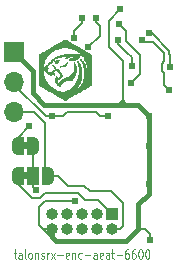
<source format=gbr>
%TF.GenerationSoftware,KiCad,Pcbnew,(6.0.5-0)*%
%TF.CreationDate,2022-12-27T15:40:18-08:00*%
%TF.ProjectId,talonsrx-enc-aeat-6600,74616c6f-6e73-4727-982d-656e632d6165,rev?*%
%TF.SameCoordinates,PX9157080PY6d01460*%
%TF.FileFunction,Copper,L1,Top*%
%TF.FilePolarity,Positive*%
%FSLAX46Y46*%
G04 Gerber Fmt 4.6, Leading zero omitted, Abs format (unit mm)*
G04 Created by KiCad (PCBNEW (6.0.5-0)) date 2022-12-27 15:40:18*
%MOMM*%
%LPD*%
G01*
G04 APERTURE LIST*
G04 Aperture macros list*
%AMFreePoly0*
4,1,22,0.500000,-0.750000,0.000000,-0.750000,0.000000,-0.745033,-0.079941,-0.743568,-0.215256,-0.701293,-0.333266,-0.622738,-0.424486,-0.514219,-0.481581,-0.384460,-0.499164,-0.250000,-0.500000,-0.250000,-0.500000,0.250000,-0.499164,0.250000,-0.499963,0.256109,-0.478152,0.396186,-0.417904,0.524511,-0.324060,0.630769,-0.204165,0.706417,-0.067858,0.745374,0.000000,0.744959,0.000000,0.750000,
0.500000,0.750000,0.500000,-0.750000,0.500000,-0.750000,$1*%
%AMFreePoly1*
4,1,20,0.000000,0.744959,0.073905,0.744508,0.209726,0.703889,0.328688,0.626782,0.421226,0.519385,0.479903,0.390333,0.500000,0.250000,0.500000,-0.250000,0.499851,-0.262216,0.476331,-0.402017,0.414519,-0.529596,0.319384,-0.634700,0.198574,-0.708877,0.061801,-0.746166,0.000000,-0.745033,0.000000,-0.750000,-0.500000,-0.750000,-0.500000,0.750000,0.000000,0.750000,0.000000,0.744959,
0.000000,0.744959,$1*%
%AMFreePoly2*
4,1,20,0.000000,0.744959,0.073905,0.744508,0.209726,0.703889,0.328688,0.626782,0.421226,0.519385,0.479903,0.390333,0.500000,0.250000,0.500000,-0.250000,0.499851,-0.262216,0.476331,-0.402017,0.414519,-0.529596,0.319384,-0.634700,0.198574,-0.708877,0.061801,-0.746166,0.000000,-0.745033,0.000000,-0.750000,-0.550000,-0.750000,-0.550000,0.750000,0.000000,0.750000,0.000000,0.744959,
0.000000,0.744959,$1*%
%AMFreePoly3*
4,1,22,0.550000,-0.750000,0.000000,-0.750000,0.000000,-0.745033,-0.079941,-0.743568,-0.215256,-0.701293,-0.333266,-0.622738,-0.424486,-0.514219,-0.481581,-0.384460,-0.499164,-0.250000,-0.500000,-0.250000,-0.500000,0.250000,-0.499164,0.250000,-0.499963,0.256109,-0.478152,0.396186,-0.417904,0.524511,-0.324060,0.630769,-0.204165,0.706417,-0.067858,0.745374,0.000000,0.744959,0.000000,0.750000,
0.550000,0.750000,0.550000,-0.750000,0.550000,-0.750000,$1*%
G04 Aperture macros list end*
%ADD10C,0.125000*%
%TA.AperFunction,NonConductor*%
%ADD11C,0.125000*%
%TD*%
%TA.AperFunction,EtchedComponent*%
%ADD12C,0.010000*%
%TD*%
%TA.AperFunction,SMDPad,CuDef*%
%ADD13FreePoly0,0.000000*%
%TD*%
%TA.AperFunction,SMDPad,CuDef*%
%ADD14FreePoly1,0.000000*%
%TD*%
%TA.AperFunction,ComponentPad*%
%ADD15O,1.700000X1.700000*%
%TD*%
%TA.AperFunction,ComponentPad*%
%ADD16R,1.700000X1.700000*%
%TD*%
%TA.AperFunction,ComponentPad*%
%ADD17R,1.000000X1.000000*%
%TD*%
%TA.AperFunction,ComponentPad*%
%ADD18O,1.000000X1.000000*%
%TD*%
%TA.AperFunction,SMDPad,CuDef*%
%ADD19FreePoly2,0.000000*%
%TD*%
%TA.AperFunction,SMDPad,CuDef*%
%ADD20R,1.000000X1.500000*%
%TD*%
%TA.AperFunction,SMDPad,CuDef*%
%ADD21FreePoly3,0.000000*%
%TD*%
%TA.AperFunction,ViaPad*%
%ADD22C,0.609600*%
%TD*%
%TA.AperFunction,Conductor*%
%ADD23C,0.203200*%
%TD*%
%TA.AperFunction,Conductor*%
%ADD24C,0.457200*%
%TD*%
G04 APERTURE END LIST*
D10*
D11*
X2166071Y806429D02*
X2394642Y806429D01*
X2251785Y1073096D02*
X2251785Y387381D01*
X2280357Y311191D01*
X2337500Y273096D01*
X2394642Y273096D01*
X2851785Y273096D02*
X2851785Y692143D01*
X2823214Y768334D01*
X2766071Y806429D01*
X2651785Y806429D01*
X2594642Y768334D01*
X2851785Y311191D02*
X2794642Y273096D01*
X2651785Y273096D01*
X2594642Y311191D01*
X2566071Y387381D01*
X2566071Y463572D01*
X2594642Y539762D01*
X2651785Y577858D01*
X2794642Y577858D01*
X2851785Y615953D01*
X3223214Y273096D02*
X3166071Y311191D01*
X3137500Y387381D01*
X3137500Y1073096D01*
X3537500Y273096D02*
X3480357Y311191D01*
X3451785Y349286D01*
X3423214Y425477D01*
X3423214Y654048D01*
X3451785Y730239D01*
X3480357Y768334D01*
X3537500Y806429D01*
X3623214Y806429D01*
X3680357Y768334D01*
X3708928Y730239D01*
X3737500Y654048D01*
X3737500Y425477D01*
X3708928Y349286D01*
X3680357Y311191D01*
X3623214Y273096D01*
X3537500Y273096D01*
X3994642Y806429D02*
X3994642Y273096D01*
X3994642Y730239D02*
X4023214Y768334D01*
X4080357Y806429D01*
X4166071Y806429D01*
X4223214Y768334D01*
X4251785Y692143D01*
X4251785Y273096D01*
X4508928Y311191D02*
X4566071Y273096D01*
X4680357Y273096D01*
X4737500Y311191D01*
X4766071Y387381D01*
X4766071Y425477D01*
X4737500Y501667D01*
X4680357Y539762D01*
X4594642Y539762D01*
X4537500Y577858D01*
X4508928Y654048D01*
X4508928Y692143D01*
X4537500Y768334D01*
X4594642Y806429D01*
X4680357Y806429D01*
X4737500Y768334D01*
X5023214Y273096D02*
X5023214Y806429D01*
X5023214Y654048D02*
X5051785Y730239D01*
X5080357Y768334D01*
X5137500Y806429D01*
X5194642Y806429D01*
X5337500Y273096D02*
X5651785Y806429D01*
X5337500Y806429D02*
X5651785Y273096D01*
X5880357Y577858D02*
X6337500Y577858D01*
X6851785Y311191D02*
X6794642Y273096D01*
X6680357Y273096D01*
X6623214Y311191D01*
X6594642Y387381D01*
X6594642Y692143D01*
X6623214Y768334D01*
X6680357Y806429D01*
X6794642Y806429D01*
X6851785Y768334D01*
X6880357Y692143D01*
X6880357Y615953D01*
X6594642Y539762D01*
X7137500Y806429D02*
X7137500Y273096D01*
X7137500Y730239D02*
X7166071Y768334D01*
X7223214Y806429D01*
X7308928Y806429D01*
X7366071Y768334D01*
X7394642Y692143D01*
X7394642Y273096D01*
X7937500Y311191D02*
X7880357Y273096D01*
X7766071Y273096D01*
X7708928Y311191D01*
X7680357Y349286D01*
X7651785Y425477D01*
X7651785Y654048D01*
X7680357Y730239D01*
X7708928Y768334D01*
X7766071Y806429D01*
X7880357Y806429D01*
X7937500Y768334D01*
X8194642Y577858D02*
X8651785Y577858D01*
X9194642Y273096D02*
X9194642Y692143D01*
X9166071Y768334D01*
X9108928Y806429D01*
X8994642Y806429D01*
X8937500Y768334D01*
X9194642Y311191D02*
X9137500Y273096D01*
X8994642Y273096D01*
X8937500Y311191D01*
X8908928Y387381D01*
X8908928Y463572D01*
X8937500Y539762D01*
X8994642Y577858D01*
X9137500Y577858D01*
X9194642Y615953D01*
X9708928Y311191D02*
X9651785Y273096D01*
X9537500Y273096D01*
X9480357Y311191D01*
X9451785Y387381D01*
X9451785Y692143D01*
X9480357Y768334D01*
X9537500Y806429D01*
X9651785Y806429D01*
X9708928Y768334D01*
X9737500Y692143D01*
X9737500Y615953D01*
X9451785Y539762D01*
X10251785Y273096D02*
X10251785Y692143D01*
X10223214Y768334D01*
X10166071Y806429D01*
X10051785Y806429D01*
X9994642Y768334D01*
X10251785Y311191D02*
X10194642Y273096D01*
X10051785Y273096D01*
X9994642Y311191D01*
X9966071Y387381D01*
X9966071Y463572D01*
X9994642Y539762D01*
X10051785Y577858D01*
X10194642Y577858D01*
X10251785Y615953D01*
X10451785Y806429D02*
X10680357Y806429D01*
X10537500Y1073096D02*
X10537500Y387381D01*
X10566071Y311191D01*
X10623214Y273096D01*
X10680357Y273096D01*
X10880357Y577858D02*
X11337500Y577858D01*
X11880357Y1073096D02*
X11766071Y1073096D01*
X11708928Y1035000D01*
X11680357Y996905D01*
X11623214Y882620D01*
X11594642Y730239D01*
X11594642Y425477D01*
X11623214Y349286D01*
X11651785Y311191D01*
X11708928Y273096D01*
X11823214Y273096D01*
X11880357Y311191D01*
X11908928Y349286D01*
X11937500Y425477D01*
X11937500Y615953D01*
X11908928Y692143D01*
X11880357Y730239D01*
X11823214Y768334D01*
X11708928Y768334D01*
X11651785Y730239D01*
X11623214Y692143D01*
X11594642Y615953D01*
X12451785Y1073096D02*
X12337500Y1073096D01*
X12280357Y1035000D01*
X12251785Y996905D01*
X12194642Y882620D01*
X12166071Y730239D01*
X12166071Y425477D01*
X12194642Y349286D01*
X12223214Y311191D01*
X12280357Y273096D01*
X12394642Y273096D01*
X12451785Y311191D01*
X12480357Y349286D01*
X12508928Y425477D01*
X12508928Y615953D01*
X12480357Y692143D01*
X12451785Y730239D01*
X12394642Y768334D01*
X12280357Y768334D01*
X12223214Y730239D01*
X12194642Y692143D01*
X12166071Y615953D01*
X12880357Y1073096D02*
X12937500Y1073096D01*
X12994642Y1035000D01*
X13023214Y996905D01*
X13051785Y920715D01*
X13080357Y768334D01*
X13080357Y577858D01*
X13051785Y425477D01*
X13023214Y349286D01*
X12994642Y311191D01*
X12937500Y273096D01*
X12880357Y273096D01*
X12823214Y311191D01*
X12794642Y349286D01*
X12766071Y425477D01*
X12737500Y577858D01*
X12737500Y768334D01*
X12766071Y920715D01*
X12794642Y996905D01*
X12823214Y1035000D01*
X12880357Y1073096D01*
X13451785Y1073096D02*
X13508928Y1073096D01*
X13566071Y1035000D01*
X13594642Y996905D01*
X13623214Y920715D01*
X13651785Y768334D01*
X13651785Y577858D01*
X13623214Y425477D01*
X13594642Y349286D01*
X13566071Y311191D01*
X13508928Y273096D01*
X13451785Y273096D01*
X13394642Y311191D01*
X13366071Y349286D01*
X13337500Y425477D01*
X13308928Y577858D01*
X13308928Y768334D01*
X13337500Y920715D01*
X13366071Y996905D01*
X13394642Y1035000D01*
X13451785Y1073096D01*
%TO.C,JP2*%
G36*
X3425000Y9542500D02*
G01*
X2925000Y9542500D01*
X2925000Y10142500D01*
X3425000Y10142500D01*
X3425000Y9542500D01*
G37*
%TO.C,G\u002A\u002A\u002A*%
G36*
X4295354Y17548457D02*
G01*
X4308647Y17572098D01*
X4325541Y17594911D01*
X4333454Y17603411D01*
X4341036Y17608613D01*
X4358968Y17619761D01*
X4386588Y17636470D01*
X4423237Y17658359D01*
X4468252Y17685044D01*
X4520973Y17716142D01*
X4580738Y17751270D01*
X4646887Y17790045D01*
X4718758Y17832084D01*
X4795690Y17877005D01*
X4877022Y17924424D01*
X4962092Y17973958D01*
X5050241Y18025225D01*
X5140806Y18077841D01*
X5233126Y18131424D01*
X5326541Y18185590D01*
X5420389Y18239957D01*
X5514009Y18294141D01*
X5606740Y18347760D01*
X5697921Y18400430D01*
X5786891Y18451769D01*
X5872988Y18501394D01*
X5955551Y18548922D01*
X6033920Y18593969D01*
X6107433Y18636153D01*
X6175430Y18675091D01*
X6237248Y18710400D01*
X6292227Y18741697D01*
X6339705Y18768598D01*
X6379022Y18790722D01*
X6409517Y18807685D01*
X6430528Y18819104D01*
X6441394Y18824596D01*
X6442171Y18824907D01*
X6469317Y18830955D01*
X6502042Y18833090D01*
X6534273Y18831249D01*
X6557789Y18826154D01*
X6565444Y18822247D01*
X6583538Y18812300D01*
X6611518Y18796629D01*
X6648831Y18775552D01*
X6694921Y18749386D01*
X6749236Y18718449D01*
X6811220Y18683057D01*
X6880320Y18643527D01*
X6955982Y18600177D01*
X7037651Y18553324D01*
X7124775Y18503285D01*
X7216798Y18450378D01*
X7313167Y18394918D01*
X7413327Y18337225D01*
X7516725Y18277614D01*
X7604900Y18226738D01*
X7751412Y18142117D01*
X7886906Y18063743D01*
X8011414Y17991597D01*
X8124965Y17925662D01*
X8227590Y17865920D01*
X8319319Y17812353D01*
X8400181Y17764944D01*
X8470209Y17723675D01*
X8529431Y17688528D01*
X8577878Y17659484D01*
X8615581Y17636527D01*
X8642569Y17619639D01*
X8658874Y17608802D01*
X8663405Y17605318D01*
X8688487Y17579059D01*
X8705072Y17551533D01*
X8709443Y17540921D01*
X8711014Y17536609D01*
X8712454Y17532068D01*
X8713768Y17526753D01*
X8714963Y17520115D01*
X8716043Y17511609D01*
X8717014Y17500688D01*
X8717883Y17486805D01*
X8718655Y17469413D01*
X8719336Y17447965D01*
X8719931Y17421915D01*
X8720447Y17390716D01*
X8720888Y17353821D01*
X8721261Y17310683D01*
X8721572Y17260756D01*
X8721825Y17203493D01*
X8722028Y17138347D01*
X8722185Y17064771D01*
X8722303Y16982218D01*
X8722387Y16890143D01*
X8722443Y16787997D01*
X8722476Y16675235D01*
X8722493Y16551309D01*
X8722499Y16415673D01*
X8722500Y16296825D01*
X8722498Y16151281D01*
X8722489Y16017891D01*
X8722468Y15896107D01*
X8722429Y15785383D01*
X8722365Y15685174D01*
X8722272Y15594931D01*
X8722144Y15514110D01*
X8721975Y15442162D01*
X8721760Y15378542D01*
X8721493Y15322703D01*
X8721168Y15274099D01*
X8720779Y15232183D01*
X8720322Y15196407D01*
X8719790Y15166227D01*
X8719178Y15141095D01*
X8718480Y15120465D01*
X8717691Y15103790D01*
X8716805Y15090524D01*
X8715815Y15080120D01*
X8714718Y15072031D01*
X8713506Y15065712D01*
X8712175Y15060614D01*
X8710719Y15056193D01*
X8709687Y15053383D01*
X8693081Y15021369D01*
X8670103Y14992922D01*
X8670000Y14992820D01*
X8661837Y14986622D01*
X8644914Y14975478D01*
X8619063Y14959291D01*
X8584116Y14937961D01*
X8539905Y14911390D01*
X8486264Y14879479D01*
X8423024Y14842131D01*
X8350017Y14799246D01*
X8267077Y14750725D01*
X8174035Y14696471D01*
X8070724Y14636384D01*
X7956976Y14570367D01*
X7832624Y14498320D01*
X7697499Y14420144D01*
X7614425Y14372129D01*
X7508554Y14310986D01*
X7405430Y14251485D01*
X7305607Y14193942D01*
X7209640Y14138677D01*
X7118085Y14086007D01*
X7031496Y14036249D01*
X6950428Y13989723D01*
X6875437Y13946744D01*
X6807076Y13907632D01*
X6745903Y13872705D01*
X6692471Y13842279D01*
X6647335Y13816674D01*
X6611051Y13796207D01*
X6584173Y13781195D01*
X6567257Y13771957D01*
X6561114Y13768878D01*
X6523964Y13760923D01*
X6482958Y13760917D01*
X6443817Y13768593D01*
X6426975Y13775115D01*
X6414773Y13781466D01*
X6392535Y13793688D01*
X6360920Y13811398D01*
X6320591Y13834211D01*
X6272208Y13861745D01*
X6216434Y13893614D01*
X6153929Y13929435D01*
X6085356Y13968825D01*
X6011375Y14011399D01*
X5932647Y14056773D01*
X5849835Y14104564D01*
X5763600Y14154388D01*
X5674604Y14205861D01*
X5583506Y14258598D01*
X5490970Y14312217D01*
X5397656Y14366332D01*
X5304226Y14420561D01*
X5211342Y14474520D01*
X5119664Y14527824D01*
X5029855Y14580090D01*
X4942574Y14630933D01*
X4858485Y14679971D01*
X4778249Y14726818D01*
X4702526Y14771092D01*
X4631979Y14812408D01*
X4567268Y14850383D01*
X4509056Y14884631D01*
X4458003Y14914771D01*
X4414771Y14940418D01*
X4380021Y14961187D01*
X4354416Y14976695D01*
X4338615Y14986559D01*
X4333454Y14990151D01*
X4316687Y15009919D01*
X4300997Y15034140D01*
X4295354Y15045194D01*
X4280675Y15077625D01*
X4280675Y16303175D01*
X4617751Y16303175D01*
X4617873Y16246098D01*
X4618314Y16199497D01*
X4619189Y16161152D01*
X4620610Y16128840D01*
X4622691Y16100339D01*
X4625545Y16073430D01*
X4629285Y16045889D01*
X4631690Y16030125D01*
X4662350Y15873914D01*
X4704463Y15723036D01*
X4757930Y15577698D01*
X4822656Y15438101D01*
X4898542Y15304450D01*
X4985491Y15176950D01*
X5083407Y15055804D01*
X5111366Y15024587D01*
X5219817Y14915323D01*
X5335921Y14816095D01*
X5459291Y14727107D01*
X5589543Y14648563D01*
X5726290Y14580668D01*
X5869147Y14523625D01*
X6017728Y14477639D01*
X6171648Y14442912D01*
X6230125Y14432919D01*
X6274429Y14426888D01*
X6311740Y14424338D01*
X6347009Y14425376D01*
X6385189Y14430111D01*
X6423800Y14437158D01*
X6523011Y14462738D01*
X6623789Y14499879D01*
X6725087Y14547709D01*
X6825858Y14605362D01*
X6925056Y14671968D01*
X7021634Y14746659D01*
X7114545Y14828565D01*
X7202744Y14916818D01*
X7285182Y15010550D01*
X7360813Y15108891D01*
X7428592Y15210972D01*
X7487470Y15315926D01*
X7491064Y15323024D01*
X7530027Y15409856D01*
X7565218Y15507051D01*
X7596313Y15612752D01*
X7622986Y15725100D01*
X7644912Y15842235D01*
X7661766Y15962300D01*
X7673224Y16083434D01*
X7678961Y16203779D01*
X7678651Y16321476D01*
X7675993Y16381019D01*
X7665636Y16505599D01*
X7650017Y16624252D01*
X7629412Y16735535D01*
X7604098Y16838008D01*
X7574351Y16930228D01*
X7566996Y16949619D01*
X7556814Y16977039D01*
X7549174Y17000321D01*
X7544869Y17016847D01*
X7544509Y17023795D01*
X7554401Y17030155D01*
X7568723Y17025983D01*
X7586634Y17012303D01*
X7607290Y16990135D01*
X7629849Y16960501D01*
X7653470Y16924425D01*
X7677309Y16882928D01*
X7700525Y16837033D01*
X7703306Y16831113D01*
X7754225Y16708430D01*
X7796881Y16577494D01*
X7831073Y16439865D01*
X7856598Y16297103D01*
X7873256Y16150769D01*
X7880846Y16002422D01*
X7879165Y15853622D01*
X7868012Y15705931D01*
X7858401Y15630075D01*
X7831769Y15484982D01*
X7794830Y15347064D01*
X7747293Y15215689D01*
X7688867Y15090223D01*
X7619263Y14970035D01*
X7538188Y14854491D01*
X7456444Y14755385D01*
X7400347Y14698547D01*
X7333684Y14642464D01*
X7258551Y14588890D01*
X7253625Y14585667D01*
X7228104Y14568821D01*
X7206970Y14554424D01*
X7192232Y14543879D01*
X7185901Y14538589D01*
X7185800Y14538349D01*
X7191183Y14538827D01*
X7206164Y14544219D01*
X7228990Y14553744D01*
X7257911Y14566617D01*
X7291174Y14582057D01*
X7327026Y14599280D01*
X7363715Y14617504D01*
X7369495Y14620434D01*
X7426726Y14651402D01*
X7486396Y14687078D01*
X7546937Y14726272D01*
X7606785Y14767795D01*
X7664374Y14810455D01*
X7718137Y14853061D01*
X7766510Y14894425D01*
X7807926Y14933354D01*
X7840820Y14968659D01*
X7859713Y14993149D01*
X7896505Y15052857D01*
X7933209Y15122954D01*
X7968975Y15201153D01*
X8002952Y15285164D01*
X8034290Y15372700D01*
X8062137Y15461474D01*
X8085644Y15549196D01*
X8103960Y15633579D01*
X8109513Y15665089D01*
X8116189Y15715726D01*
X8121505Y15776241D01*
X8125361Y15843877D01*
X8127655Y15915874D01*
X8128289Y15989475D01*
X8127161Y16061921D01*
X8125502Y16105724D01*
X8114209Y16267878D01*
X8096281Y16419204D01*
X8071718Y16559702D01*
X8040520Y16689373D01*
X8002687Y16808218D01*
X7958218Y16916237D01*
X7907113Y17013431D01*
X7849371Y17099801D01*
X7823602Y17132297D01*
X7806336Y17153622D01*
X7792673Y17171683D01*
X7784378Y17184079D01*
X7782700Y17187969D01*
X7787110Y17196313D01*
X7799661Y17196366D01*
X7819328Y17188628D01*
X7845089Y17173601D01*
X7875919Y17151788D01*
X7906630Y17127209D01*
X7969090Y17067119D01*
X8027238Y16995752D01*
X8080823Y16913861D01*
X8129593Y16822203D01*
X8173299Y16721532D01*
X8211687Y16612605D01*
X8244509Y16496175D01*
X8271512Y16372999D01*
X8292446Y16243830D01*
X8307060Y16109426D01*
X8315102Y15970540D01*
X8316627Y15893600D01*
X8316942Y15854015D01*
X8317385Y15825860D01*
X8318103Y15807868D01*
X8319243Y15798768D01*
X8320950Y15797292D01*
X8323373Y15802171D01*
X8326205Y15810692D01*
X8343460Y15875055D01*
X8358307Y15949421D01*
X8370429Y16031270D01*
X8379508Y16118080D01*
X8385228Y16207327D01*
X8387272Y16296490D01*
X8387272Y16296825D01*
X8384843Y16410549D01*
X8377024Y16516341D01*
X8363357Y16617975D01*
X8343387Y16719220D01*
X8329065Y16777989D01*
X8284661Y16924417D01*
X8229045Y17065472D01*
X8162732Y17200649D01*
X8086240Y17329443D01*
X8000086Y17451346D01*
X7904788Y17565852D01*
X7800863Y17672457D01*
X7688828Y17770654D01*
X7569201Y17859936D01*
X7442498Y17939799D01*
X7309237Y18009735D01*
X7169935Y18069240D01*
X7025109Y18117806D01*
X6934975Y18141678D01*
X6867375Y18156848D01*
X6804860Y18168574D01*
X6744103Y18177223D01*
X6681777Y18183166D01*
X6614554Y18186772D01*
X6539109Y18188410D01*
X6512700Y18188579D01*
X6445859Y18188423D01*
X6388682Y18187285D01*
X6338152Y18184896D01*
X6291255Y18180990D01*
X6244974Y18175298D01*
X6196292Y18167552D01*
X6142195Y18157483D01*
X6125350Y18154147D01*
X5977395Y18118209D01*
X5834202Y18070800D01*
X5696291Y18012420D01*
X5564183Y17943567D01*
X5438397Y17864742D01*
X5319453Y17776444D01*
X5207872Y17679173D01*
X5104174Y17573428D01*
X5008878Y17459709D01*
X4922506Y17338516D01*
X4845576Y17210347D01*
X4778609Y17075702D01*
X4722126Y16935082D01*
X4676646Y16788985D01*
X4667639Y16754025D01*
X4653389Y16694173D01*
X4642034Y16640414D01*
X4633271Y16590016D01*
X4626797Y16540249D01*
X4622311Y16488381D01*
X4619511Y16431680D01*
X4618094Y16367414D01*
X4617751Y16303175D01*
X4280675Y16303175D01*
X4280675Y17516025D01*
X4295354Y17548457D01*
G37*
D12*
X4295354Y17548457D02*
X4308647Y17572098D01*
X4325541Y17594911D01*
X4333454Y17603411D01*
X4341036Y17608613D01*
X4358968Y17619761D01*
X4386588Y17636470D01*
X4423237Y17658359D01*
X4468252Y17685044D01*
X4520973Y17716142D01*
X4580738Y17751270D01*
X4646887Y17790045D01*
X4718758Y17832084D01*
X4795690Y17877005D01*
X4877022Y17924424D01*
X4962092Y17973958D01*
X5050241Y18025225D01*
X5140806Y18077841D01*
X5233126Y18131424D01*
X5326541Y18185590D01*
X5420389Y18239957D01*
X5514009Y18294141D01*
X5606740Y18347760D01*
X5697921Y18400430D01*
X5786891Y18451769D01*
X5872988Y18501394D01*
X5955551Y18548922D01*
X6033920Y18593969D01*
X6107433Y18636153D01*
X6175430Y18675091D01*
X6237248Y18710400D01*
X6292227Y18741697D01*
X6339705Y18768598D01*
X6379022Y18790722D01*
X6409517Y18807685D01*
X6430528Y18819104D01*
X6441394Y18824596D01*
X6442171Y18824907D01*
X6469317Y18830955D01*
X6502042Y18833090D01*
X6534273Y18831249D01*
X6557789Y18826154D01*
X6565444Y18822247D01*
X6583538Y18812300D01*
X6611518Y18796629D01*
X6648831Y18775552D01*
X6694921Y18749386D01*
X6749236Y18718449D01*
X6811220Y18683057D01*
X6880320Y18643527D01*
X6955982Y18600177D01*
X7037651Y18553324D01*
X7124775Y18503285D01*
X7216798Y18450378D01*
X7313167Y18394918D01*
X7413327Y18337225D01*
X7516725Y18277614D01*
X7604900Y18226738D01*
X7751412Y18142117D01*
X7886906Y18063743D01*
X8011414Y17991597D01*
X8124965Y17925662D01*
X8227590Y17865920D01*
X8319319Y17812353D01*
X8400181Y17764944D01*
X8470209Y17723675D01*
X8529431Y17688528D01*
X8577878Y17659484D01*
X8615581Y17636527D01*
X8642569Y17619639D01*
X8658874Y17608802D01*
X8663405Y17605318D01*
X8688487Y17579059D01*
X8705072Y17551533D01*
X8709443Y17540921D01*
X8711014Y17536609D01*
X8712454Y17532068D01*
X8713768Y17526753D01*
X8714963Y17520115D01*
X8716043Y17511609D01*
X8717014Y17500688D01*
X8717883Y17486805D01*
X8718655Y17469413D01*
X8719336Y17447965D01*
X8719931Y17421915D01*
X8720447Y17390716D01*
X8720888Y17353821D01*
X8721261Y17310683D01*
X8721572Y17260756D01*
X8721825Y17203493D01*
X8722028Y17138347D01*
X8722185Y17064771D01*
X8722303Y16982218D01*
X8722387Y16890143D01*
X8722443Y16787997D01*
X8722476Y16675235D01*
X8722493Y16551309D01*
X8722499Y16415673D01*
X8722500Y16296825D01*
X8722498Y16151281D01*
X8722489Y16017891D01*
X8722468Y15896107D01*
X8722429Y15785383D01*
X8722365Y15685174D01*
X8722272Y15594931D01*
X8722144Y15514110D01*
X8721975Y15442162D01*
X8721760Y15378542D01*
X8721493Y15322703D01*
X8721168Y15274099D01*
X8720779Y15232183D01*
X8720322Y15196407D01*
X8719790Y15166227D01*
X8719178Y15141095D01*
X8718480Y15120465D01*
X8717691Y15103790D01*
X8716805Y15090524D01*
X8715815Y15080120D01*
X8714718Y15072031D01*
X8713506Y15065712D01*
X8712175Y15060614D01*
X8710719Y15056193D01*
X8709687Y15053383D01*
X8693081Y15021369D01*
X8670103Y14992922D01*
X8670000Y14992820D01*
X8661837Y14986622D01*
X8644914Y14975478D01*
X8619063Y14959291D01*
X8584116Y14937961D01*
X8539905Y14911390D01*
X8486264Y14879479D01*
X8423024Y14842131D01*
X8350017Y14799246D01*
X8267077Y14750725D01*
X8174035Y14696471D01*
X8070724Y14636384D01*
X7956976Y14570367D01*
X7832624Y14498320D01*
X7697499Y14420144D01*
X7614425Y14372129D01*
X7508554Y14310986D01*
X7405430Y14251485D01*
X7305607Y14193942D01*
X7209640Y14138677D01*
X7118085Y14086007D01*
X7031496Y14036249D01*
X6950428Y13989723D01*
X6875437Y13946744D01*
X6807076Y13907632D01*
X6745903Y13872705D01*
X6692471Y13842279D01*
X6647335Y13816674D01*
X6611051Y13796207D01*
X6584173Y13781195D01*
X6567257Y13771957D01*
X6561114Y13768878D01*
X6523964Y13760923D01*
X6482958Y13760917D01*
X6443817Y13768593D01*
X6426975Y13775115D01*
X6414773Y13781466D01*
X6392535Y13793688D01*
X6360920Y13811398D01*
X6320591Y13834211D01*
X6272208Y13861745D01*
X6216434Y13893614D01*
X6153929Y13929435D01*
X6085356Y13968825D01*
X6011375Y14011399D01*
X5932647Y14056773D01*
X5849835Y14104564D01*
X5763600Y14154388D01*
X5674604Y14205861D01*
X5583506Y14258598D01*
X5490970Y14312217D01*
X5397656Y14366332D01*
X5304226Y14420561D01*
X5211342Y14474520D01*
X5119664Y14527824D01*
X5029855Y14580090D01*
X4942574Y14630933D01*
X4858485Y14679971D01*
X4778249Y14726818D01*
X4702526Y14771092D01*
X4631979Y14812408D01*
X4567268Y14850383D01*
X4509056Y14884631D01*
X4458003Y14914771D01*
X4414771Y14940418D01*
X4380021Y14961187D01*
X4354416Y14976695D01*
X4338615Y14986559D01*
X4333454Y14990151D01*
X4316687Y15009919D01*
X4300997Y15034140D01*
X4295354Y15045194D01*
X4280675Y15077625D01*
X4280675Y16303175D01*
X4617751Y16303175D01*
X4617873Y16246098D01*
X4618314Y16199497D01*
X4619189Y16161152D01*
X4620610Y16128840D01*
X4622691Y16100339D01*
X4625545Y16073430D01*
X4629285Y16045889D01*
X4631690Y16030125D01*
X4662350Y15873914D01*
X4704463Y15723036D01*
X4757930Y15577698D01*
X4822656Y15438101D01*
X4898542Y15304450D01*
X4985491Y15176950D01*
X5083407Y15055804D01*
X5111366Y15024587D01*
X5219817Y14915323D01*
X5335921Y14816095D01*
X5459291Y14727107D01*
X5589543Y14648563D01*
X5726290Y14580668D01*
X5869147Y14523625D01*
X6017728Y14477639D01*
X6171648Y14442912D01*
X6230125Y14432919D01*
X6274429Y14426888D01*
X6311740Y14424338D01*
X6347009Y14425376D01*
X6385189Y14430111D01*
X6423800Y14437158D01*
X6523011Y14462738D01*
X6623789Y14499879D01*
X6725087Y14547709D01*
X6825858Y14605362D01*
X6925056Y14671968D01*
X7021634Y14746659D01*
X7114545Y14828565D01*
X7202744Y14916818D01*
X7285182Y15010550D01*
X7360813Y15108891D01*
X7428592Y15210972D01*
X7487470Y15315926D01*
X7491064Y15323024D01*
X7530027Y15409856D01*
X7565218Y15507051D01*
X7596313Y15612752D01*
X7622986Y15725100D01*
X7644912Y15842235D01*
X7661766Y15962300D01*
X7673224Y16083434D01*
X7678961Y16203779D01*
X7678651Y16321476D01*
X7675993Y16381019D01*
X7665636Y16505599D01*
X7650017Y16624252D01*
X7629412Y16735535D01*
X7604098Y16838008D01*
X7574351Y16930228D01*
X7566996Y16949619D01*
X7556814Y16977039D01*
X7549174Y17000321D01*
X7544869Y17016847D01*
X7544509Y17023795D01*
X7554401Y17030155D01*
X7568723Y17025983D01*
X7586634Y17012303D01*
X7607290Y16990135D01*
X7629849Y16960501D01*
X7653470Y16924425D01*
X7677309Y16882928D01*
X7700525Y16837033D01*
X7703306Y16831113D01*
X7754225Y16708430D01*
X7796881Y16577494D01*
X7831073Y16439865D01*
X7856598Y16297103D01*
X7873256Y16150769D01*
X7880846Y16002422D01*
X7879165Y15853622D01*
X7868012Y15705931D01*
X7858401Y15630075D01*
X7831769Y15484982D01*
X7794830Y15347064D01*
X7747293Y15215689D01*
X7688867Y15090223D01*
X7619263Y14970035D01*
X7538188Y14854491D01*
X7456444Y14755385D01*
X7400347Y14698547D01*
X7333684Y14642464D01*
X7258551Y14588890D01*
X7253625Y14585667D01*
X7228104Y14568821D01*
X7206970Y14554424D01*
X7192232Y14543879D01*
X7185901Y14538589D01*
X7185800Y14538349D01*
X7191183Y14538827D01*
X7206164Y14544219D01*
X7228990Y14553744D01*
X7257911Y14566617D01*
X7291174Y14582057D01*
X7327026Y14599280D01*
X7363715Y14617504D01*
X7369495Y14620434D01*
X7426726Y14651402D01*
X7486396Y14687078D01*
X7546937Y14726272D01*
X7606785Y14767795D01*
X7664374Y14810455D01*
X7718137Y14853061D01*
X7766510Y14894425D01*
X7807926Y14933354D01*
X7840820Y14968659D01*
X7859713Y14993149D01*
X7896505Y15052857D01*
X7933209Y15122954D01*
X7968975Y15201153D01*
X8002952Y15285164D01*
X8034290Y15372700D01*
X8062137Y15461474D01*
X8085644Y15549196D01*
X8103960Y15633579D01*
X8109513Y15665089D01*
X8116189Y15715726D01*
X8121505Y15776241D01*
X8125361Y15843877D01*
X8127655Y15915874D01*
X8128289Y15989475D01*
X8127161Y16061921D01*
X8125502Y16105724D01*
X8114209Y16267878D01*
X8096281Y16419204D01*
X8071718Y16559702D01*
X8040520Y16689373D01*
X8002687Y16808218D01*
X7958218Y16916237D01*
X7907113Y17013431D01*
X7849371Y17099801D01*
X7823602Y17132297D01*
X7806336Y17153622D01*
X7792673Y17171683D01*
X7784378Y17184079D01*
X7782700Y17187969D01*
X7787110Y17196313D01*
X7799661Y17196366D01*
X7819328Y17188628D01*
X7845089Y17173601D01*
X7875919Y17151788D01*
X7906630Y17127209D01*
X7969090Y17067119D01*
X8027238Y16995752D01*
X8080823Y16913861D01*
X8129593Y16822203D01*
X8173299Y16721532D01*
X8211687Y16612605D01*
X8244509Y16496175D01*
X8271512Y16372999D01*
X8292446Y16243830D01*
X8307060Y16109426D01*
X8315102Y15970540D01*
X8316627Y15893600D01*
X8316942Y15854015D01*
X8317385Y15825860D01*
X8318103Y15807868D01*
X8319243Y15798768D01*
X8320950Y15797292D01*
X8323373Y15802171D01*
X8326205Y15810692D01*
X8343460Y15875055D01*
X8358307Y15949421D01*
X8370429Y16031270D01*
X8379508Y16118080D01*
X8385228Y16207327D01*
X8387272Y16296490D01*
X8387272Y16296825D01*
X8384843Y16410549D01*
X8377024Y16516341D01*
X8363357Y16617975D01*
X8343387Y16719220D01*
X8329065Y16777989D01*
X8284661Y16924417D01*
X8229045Y17065472D01*
X8162732Y17200649D01*
X8086240Y17329443D01*
X8000086Y17451346D01*
X7904788Y17565852D01*
X7800863Y17672457D01*
X7688828Y17770654D01*
X7569201Y17859936D01*
X7442498Y17939799D01*
X7309237Y18009735D01*
X7169935Y18069240D01*
X7025109Y18117806D01*
X6934975Y18141678D01*
X6867375Y18156848D01*
X6804860Y18168574D01*
X6744103Y18177223D01*
X6681777Y18183166D01*
X6614554Y18186772D01*
X6539109Y18188410D01*
X6512700Y18188579D01*
X6445859Y18188423D01*
X6388682Y18187285D01*
X6338152Y18184896D01*
X6291255Y18180990D01*
X6244974Y18175298D01*
X6196292Y18167552D01*
X6142195Y18157483D01*
X6125350Y18154147D01*
X5977395Y18118209D01*
X5834202Y18070800D01*
X5696291Y18012420D01*
X5564183Y17943567D01*
X5438397Y17864742D01*
X5319453Y17776444D01*
X5207872Y17679173D01*
X5104174Y17573428D01*
X5008878Y17459709D01*
X4922506Y17338516D01*
X4845576Y17210347D01*
X4778609Y17075702D01*
X4722126Y16935082D01*
X4676646Y16788985D01*
X4667639Y16754025D01*
X4653389Y16694173D01*
X4642034Y16640414D01*
X4633271Y16590016D01*
X4626797Y16540249D01*
X4622311Y16488381D01*
X4619511Y16431680D01*
X4618094Y16367414D01*
X4617751Y16303175D01*
X4280675Y16303175D01*
X4280675Y17516025D01*
X4295354Y17548457D01*
G36*
X7401534Y17632862D02*
G01*
X7542426Y17622599D01*
X7674610Y17606797D01*
X7719268Y17599800D01*
X7747862Y17594151D01*
X7765589Y17587286D01*
X7773413Y17577075D01*
X7772300Y17561387D01*
X7763216Y17538092D01*
X7755008Y17520932D01*
X7723469Y17463507D01*
X7685439Y17405257D01*
X7642816Y17348462D01*
X7597501Y17295401D01*
X7551394Y17248356D01*
X7506393Y17209604D01*
X7479824Y17190705D01*
X7436837Y17167904D01*
X7382922Y17147602D01*
X7319699Y17130350D01*
X7274700Y17121090D01*
X7237773Y17115886D01*
X7194223Y17112183D01*
X7146797Y17109979D01*
X7098243Y17109270D01*
X7051308Y17110056D01*
X7008739Y17112333D01*
X6973286Y17116100D01*
X6947694Y17121354D01*
X6947675Y17121360D01*
X6918423Y17132617D01*
X6896333Y17145883D01*
X6883457Y17159716D01*
X6881000Y17168154D01*
X6885091Y17176958D01*
X6895793Y17191531D01*
X6910092Y17207947D01*
X6940869Y17234501D01*
X6982162Y17260474D01*
X7031795Y17284852D01*
X7087594Y17306621D01*
X7147381Y17324766D01*
X7175111Y17331503D01*
X7196954Y17335601D01*
X7222665Y17339276D01*
X7248639Y17342160D01*
X7271276Y17343884D01*
X7286975Y17344079D01*
X7291351Y17343399D01*
X7298925Y17334800D01*
X7297924Y17320593D01*
X7290809Y17307446D01*
X7284900Y17292270D01*
X7290237Y17279840D01*
X7297759Y17275284D01*
X7310782Y17276230D01*
X7333124Y17285304D01*
X7364479Y17302349D01*
X7404542Y17327207D01*
X7425532Y17341035D01*
X7465057Y17369079D01*
X7493052Y17392786D01*
X7509764Y17412570D01*
X7515441Y17428847D01*
X7510330Y17442028D01*
X7494681Y17452529D01*
X7492752Y17453362D01*
X7466426Y17462661D01*
X7435648Y17470094D01*
X7398748Y17475872D01*
X7354059Y17480206D01*
X7299912Y17483306D01*
X7239775Y17485261D01*
X7166493Y17486242D01*
X7103764Y17485071D01*
X7049552Y17481285D01*
X7001823Y17474422D01*
X6958542Y17464020D01*
X6917674Y17449616D01*
X6877184Y17430749D01*
X6835039Y17406957D01*
X6801177Y17385640D01*
X6740044Y17346977D01*
X6688111Y17316562D01*
X6645059Y17294238D01*
X6610568Y17279846D01*
X6584319Y17273228D01*
X6573414Y17272834D01*
X6554204Y17276877D01*
X6546070Y17285804D01*
X6548867Y17300294D01*
X6562451Y17321024D01*
X6562972Y17321685D01*
X6577162Y17342200D01*
X6591681Y17367157D01*
X6598314Y17380353D01*
X6609486Y17406734D01*
X6613957Y17425707D01*
X6610643Y17438280D01*
X6598461Y17445459D01*
X6576326Y17448253D01*
X6543155Y17447667D01*
X6526888Y17446734D01*
X6470568Y17442410D01*
X6407604Y17436302D01*
X6340344Y17428737D01*
X6271136Y17420043D01*
X6202328Y17410546D01*
X6136268Y17400574D01*
X6075305Y17390454D01*
X6021786Y17380515D01*
X5978059Y17371082D01*
X5969831Y17369069D01*
X5891855Y17346597D01*
X5819571Y17319433D01*
X5751340Y17286529D01*
X5685525Y17246832D01*
X5620488Y17199294D01*
X5554592Y17142864D01*
X5486198Y17076492D01*
X5443228Y17031402D01*
X5399145Y16984804D01*
X5360581Y16946097D01*
X5325177Y16913214D01*
X5290571Y16884086D01*
X5254403Y16856645D01*
X5214313Y16828823D01*
X5204600Y16822359D01*
X5147345Y16783857D01*
X5099133Y16749742D01*
X5057937Y16718181D01*
X5021728Y16687340D01*
X4988475Y16655386D01*
X4956151Y16620487D01*
X4922727Y16580809D01*
X4886508Y16534950D01*
X4855608Y16494295D01*
X4832333Y16462039D01*
X4815928Y16437041D01*
X4805637Y16418159D01*
X4801052Y16405750D01*
X4799676Y16394967D01*
X4803166Y16390087D01*
X4812689Y16391452D01*
X4829411Y16399401D01*
X4854500Y16414274D01*
X4875034Y16427293D01*
X4902459Y16444498D01*
X4929052Y16460431D01*
X4951198Y16472963D01*
X4962091Y16478558D01*
X4989457Y16491430D01*
X5010874Y16475094D01*
X5027912Y16459897D01*
X5035588Y16445536D01*
X5034174Y16428953D01*
X5023944Y16407087D01*
X5017878Y16396880D01*
X4992621Y16345308D01*
X4979894Y16293497D01*
X4979726Y16241887D01*
X4992149Y16190917D01*
X5001779Y16168464D01*
X5026267Y16129146D01*
X5056605Y16100457D01*
X5093614Y16081962D01*
X5138116Y16073226D01*
X5181762Y16073103D01*
X5240562Y16082141D01*
X5302159Y16101873D01*
X5367086Y16132551D01*
X5435878Y16174427D01*
X5509068Y16227754D01*
X5509103Y16227782D01*
X5562534Y16267923D01*
X5609482Y16299462D01*
X5651674Y16323487D01*
X5686652Y16339440D01*
X5713358Y16347068D01*
X5746671Y16352148D01*
X5783068Y16354620D01*
X5819027Y16354422D01*
X5851024Y16351495D01*
X5875537Y16345778D01*
X5882261Y16342804D01*
X5900550Y16329365D01*
X5924291Y16306672D01*
X5952287Y16276288D01*
X5983341Y16239779D01*
X6016255Y16198711D01*
X6049832Y16154647D01*
X6082875Y16109153D01*
X6114187Y16063795D01*
X6142570Y16020137D01*
X6166826Y15979744D01*
X6183096Y15949564D01*
X6206701Y15896200D01*
X6220763Y15848200D01*
X6225851Y15803247D01*
X6225054Y15779250D01*
X6218733Y15734241D01*
X6207129Y15696031D01*
X6189010Y15663241D01*
X6163145Y15634488D01*
X6128302Y15608392D01*
X6083251Y15583571D01*
X6029363Y15559705D01*
X5989523Y15543224D01*
X5959146Y15529972D01*
X5935848Y15518605D01*
X5917246Y15507779D01*
X5900954Y15496150D01*
X5884588Y15482374D01*
X5872272Y15471160D01*
X5842182Y15440204D01*
X5822445Y15411576D01*
X5811779Y15382503D01*
X5808906Y15350213D01*
X5809675Y15335507D01*
X5818987Y15281668D01*
X5837257Y15236673D01*
X5864662Y15200190D01*
X5895650Y15175383D01*
X5924113Y15162275D01*
X5954035Y15156681D01*
X5981160Y15159130D01*
X5992108Y15163408D01*
X6000428Y15171093D01*
X6013709Y15186950D01*
X6029981Y15208513D01*
X6044022Y15228496D01*
X6064706Y15256424D01*
X6091824Y15289476D01*
X6122434Y15324211D01*
X6153594Y15357187D01*
X6157044Y15360674D01*
X6197860Y15399976D01*
X6238672Y15435337D01*
X6281083Y15467709D01*
X6326697Y15498045D01*
X6377117Y15527298D01*
X6433947Y15556421D01*
X6498790Y15586366D01*
X6573251Y15618087D01*
X6627000Y15639882D01*
X6669773Y15657285D01*
X6712849Y15675391D01*
X6753303Y15692929D01*
X6788215Y15708630D01*
X6814662Y15721222D01*
X6817856Y15722835D01*
X6864281Y15748879D01*
X6908693Y15778952D01*
X6952339Y15814247D01*
X6996468Y15855955D01*
X7042328Y15905271D01*
X7091168Y15963386D01*
X7144235Y16031492D01*
X7152773Y16042825D01*
X7199594Y16108999D01*
X7236882Y16170845D01*
X7265713Y16231017D01*
X7287163Y16292166D01*
X7302310Y16356948D01*
X7312228Y16428014D01*
X7313240Y16438391D01*
X7315981Y16500258D01*
X7313926Y16570157D01*
X7307481Y16644533D01*
X7297050Y16719830D01*
X7283038Y16792494D01*
X7265850Y16858971D01*
X7265037Y16861667D01*
X7259775Y16880793D01*
X7258833Y16892061D01*
X7262229Y16899562D01*
X7265212Y16902835D01*
X7275445Y16908491D01*
X7286710Y16904733D01*
X7300124Y16890742D01*
X7316804Y16865701D01*
X7317549Y16864467D01*
X7356539Y16788803D01*
X7388213Y16704339D01*
X7412364Y16612803D01*
X7428781Y16515920D01*
X7437256Y16415416D01*
X7437579Y16313020D01*
X7429543Y16210456D01*
X7412938Y16109451D01*
X7410365Y16097542D01*
X7392195Y16025488D01*
X7369829Y15955860D01*
X7341879Y15884810D01*
X7306955Y15808488D01*
X7303568Y15801525D01*
X7277355Y15751077D01*
X7246684Y15697362D01*
X7212942Y15642426D01*
X7177518Y15588313D01*
X7141803Y15537069D01*
X7107183Y15490737D01*
X7075049Y15451363D01*
X7046789Y15420991D01*
X7041981Y15416416D01*
X7023875Y15399606D01*
X6963550Y15415835D01*
X6936671Y15422567D01*
X6912409Y15427208D01*
X6887164Y15430145D01*
X6857336Y15431764D01*
X6819326Y15432450D01*
X6807975Y15432522D01*
X6760806Y15432197D01*
X6721987Y15430304D01*
X6687201Y15426226D01*
X6652134Y15419347D01*
X6612470Y15409053D01*
X6582550Y15400348D01*
X6544112Y15387619D01*
X6500917Y15371248D01*
X6456158Y15352635D01*
X6413029Y15333180D01*
X6374722Y15314282D01*
X6344433Y15297342D01*
X6337640Y15293018D01*
X6282900Y15249679D01*
X6232611Y15195710D01*
X6187829Y15132718D01*
X6149609Y15062311D01*
X6119006Y14986098D01*
X6104798Y14938468D01*
X6096309Y14907933D01*
X6089206Y14887931D01*
X6082514Y14876519D01*
X6075261Y14871751D01*
X6071147Y14871250D01*
X6062857Y14874826D01*
X6047005Y14884474D01*
X6026135Y14898575D01*
X6010012Y14910149D01*
X5944654Y14963641D01*
X5881339Y15025852D01*
X5822492Y15093928D01*
X5770540Y15165013D01*
X5727909Y15236252D01*
X5720288Y15251125D01*
X5705742Y15281817D01*
X5696468Y15305661D01*
X5691205Y15326700D01*
X5688686Y15348974D01*
X5688454Y15352909D01*
X5687985Y15378631D01*
X5690792Y15398248D01*
X5698228Y15418212D01*
X5705111Y15432327D01*
X5724030Y15469528D01*
X5698802Y15516300D01*
X5683340Y15548670D01*
X5676704Y15572237D01*
X5678860Y15587299D01*
X5689667Y15594133D01*
X5700328Y15592496D01*
X5719186Y15586227D01*
X5743112Y15576447D01*
X5758168Y15569566D01*
X5782311Y15558425D01*
X5801807Y15550054D01*
X5814096Y15545517D01*
X5816996Y15545118D01*
X5814438Y15550869D01*
X5805683Y15564420D01*
X5792257Y15583491D01*
X5781887Y15597580D01*
X5759985Y15628516D01*
X5741264Y15658106D01*
X5726784Y15684368D01*
X5717602Y15705321D01*
X5714776Y15718983D01*
X5715568Y15721816D01*
X5720328Y15726609D01*
X5727536Y15727171D01*
X5738906Y15722724D01*
X5756155Y15712489D01*
X5781000Y15695686D01*
X5795385Y15685584D01*
X5824109Y15665890D01*
X5853640Y15646664D01*
X5879897Y15630513D01*
X5894250Y15622377D01*
X5932555Y15601979D01*
X5965243Y15623993D01*
X6012906Y15662157D01*
X6049084Y15705099D01*
X6074238Y15753691D01*
X6088824Y15808806D01*
X6093310Y15868200D01*
X6087258Y15922893D01*
X6069920Y15977827D01*
X6042601Y16031562D01*
X6006603Y16082657D01*
X5963229Y16129673D01*
X5913784Y16171168D01*
X5859569Y16205702D01*
X5801889Y16231835D01*
X5751196Y16246348D01*
X5713634Y16251274D01*
X5676405Y16249674D01*
X5637507Y16240997D01*
X5594938Y16224692D01*
X5546696Y16200210D01*
X5513665Y16181047D01*
X5494005Y16168666D01*
X5483372Y16159784D01*
X5479619Y16151868D01*
X5480600Y16142380D01*
X5480672Y16142076D01*
X5490303Y16114005D01*
X5507171Y16078242D01*
X5530248Y16036739D01*
X5558505Y15991447D01*
X5566050Y15980070D01*
X5586790Y15949034D01*
X5601219Y15926733D01*
X5610122Y15911369D01*
X5614282Y15901141D01*
X5614482Y15894252D01*
X5611505Y15888902D01*
X5607565Y15884724D01*
X5597686Y15878816D01*
X5583060Y15877481D01*
X5561866Y15880967D01*
X5532283Y15889518D01*
X5506225Y15898432D01*
X5445771Y15923024D01*
X5385363Y15954208D01*
X5337315Y15983346D01*
X5315415Y15997040D01*
X5297506Y16007624D01*
X5286283Y16013533D01*
X5284102Y16014250D01*
X5280487Y16008825D01*
X5281206Y15994260D01*
X5285667Y15973119D01*
X5293276Y15947968D01*
X5303443Y15921372D01*
X5307872Y15911377D01*
X5319095Y15885736D01*
X5324614Y15869120D01*
X5324978Y15859495D01*
X5322754Y15856064D01*
X5312771Y15855623D01*
X5294664Y15862855D01*
X5269779Y15876971D01*
X5239459Y15897182D01*
X5205050Y15922699D01*
X5192668Y15932435D01*
X5170493Y15949848D01*
X5154670Y15960785D01*
X5141673Y15966752D01*
X5127975Y15969253D01*
X5110051Y15969795D01*
X5105152Y15969800D01*
X5074913Y15971481D01*
X5048859Y15977503D01*
X5023243Y15989339D01*
X4994316Y16008462D01*
X4980727Y16018674D01*
X4922397Y16067093D01*
X4869697Y16117882D01*
X4823682Y16169675D01*
X4785409Y16221105D01*
X4755933Y16270806D01*
X4736313Y16317411D01*
X4729688Y16343436D01*
X4726218Y16372272D01*
X4727808Y16398024D01*
X4735386Y16423499D01*
X4749883Y16451503D01*
X4772226Y16484843D01*
X4779988Y16495480D01*
X4849816Y16586197D01*
X4916498Y16665032D01*
X4980354Y16732320D01*
X5041707Y16788399D01*
X5100878Y16833603D01*
X5109894Y16839670D01*
X5139337Y16860184D01*
X5169525Y16882991D01*
X5195969Y16904625D01*
X5207775Y16915225D01*
X5231551Y16937199D01*
X5257413Y16960276D01*
X5279799Y16979497D01*
X5279997Y16979660D01*
X5297053Y16995475D01*
X5319236Y17018388D01*
X5343844Y17045496D01*
X5368175Y17073897D01*
X5371458Y17077875D01*
X5443374Y17160098D01*
X5514634Y17230516D01*
X5586181Y17289923D01*
X5658956Y17339113D01*
X5722125Y17373310D01*
X5762308Y17391352D01*
X5812002Y17411467D01*
X5868400Y17432642D01*
X5928694Y17453864D01*
X5990075Y17474121D01*
X6049735Y17492399D01*
X6062478Y17496091D01*
X6194238Y17530195D01*
X6334792Y17559856D01*
X6482195Y17584953D01*
X6634502Y17605364D01*
X6789769Y17620966D01*
X6946050Y17631639D01*
X7101401Y17637260D01*
X7253877Y17637709D01*
X7401534Y17632862D01*
G37*
X7401534Y17632862D02*
X7542426Y17622599D01*
X7674610Y17606797D01*
X7719268Y17599800D01*
X7747862Y17594151D01*
X7765589Y17587286D01*
X7773413Y17577075D01*
X7772300Y17561387D01*
X7763216Y17538092D01*
X7755008Y17520932D01*
X7723469Y17463507D01*
X7685439Y17405257D01*
X7642816Y17348462D01*
X7597501Y17295401D01*
X7551394Y17248356D01*
X7506393Y17209604D01*
X7479824Y17190705D01*
X7436837Y17167904D01*
X7382922Y17147602D01*
X7319699Y17130350D01*
X7274700Y17121090D01*
X7237773Y17115886D01*
X7194223Y17112183D01*
X7146797Y17109979D01*
X7098243Y17109270D01*
X7051308Y17110056D01*
X7008739Y17112333D01*
X6973286Y17116100D01*
X6947694Y17121354D01*
X6947675Y17121360D01*
X6918423Y17132617D01*
X6896333Y17145883D01*
X6883457Y17159716D01*
X6881000Y17168154D01*
X6885091Y17176958D01*
X6895793Y17191531D01*
X6910092Y17207947D01*
X6940869Y17234501D01*
X6982162Y17260474D01*
X7031795Y17284852D01*
X7087594Y17306621D01*
X7147381Y17324766D01*
X7175111Y17331503D01*
X7196954Y17335601D01*
X7222665Y17339276D01*
X7248639Y17342160D01*
X7271276Y17343884D01*
X7286975Y17344079D01*
X7291351Y17343399D01*
X7298925Y17334800D01*
X7297924Y17320593D01*
X7290809Y17307446D01*
X7284900Y17292270D01*
X7290237Y17279840D01*
X7297759Y17275284D01*
X7310782Y17276230D01*
X7333124Y17285304D01*
X7364479Y17302349D01*
X7404542Y17327207D01*
X7425532Y17341035D01*
X7465057Y17369079D01*
X7493052Y17392786D01*
X7509764Y17412570D01*
X7515441Y17428847D01*
X7510330Y17442028D01*
X7494681Y17452529D01*
X7492752Y17453362D01*
X7466426Y17462661D01*
X7435648Y17470094D01*
X7398748Y17475872D01*
X7354059Y17480206D01*
X7299912Y17483306D01*
X7239775Y17485261D01*
X7166493Y17486242D01*
X7103764Y17485071D01*
X7049552Y17481285D01*
X7001823Y17474422D01*
X6958542Y17464020D01*
X6917674Y17449616D01*
X6877184Y17430749D01*
X6835039Y17406957D01*
X6801177Y17385640D01*
X6740044Y17346977D01*
X6688111Y17316562D01*
X6645059Y17294238D01*
X6610568Y17279846D01*
X6584319Y17273228D01*
X6573414Y17272834D01*
X6554204Y17276877D01*
X6546070Y17285804D01*
X6548867Y17300294D01*
X6562451Y17321024D01*
X6562972Y17321685D01*
X6577162Y17342200D01*
X6591681Y17367157D01*
X6598314Y17380353D01*
X6609486Y17406734D01*
X6613957Y17425707D01*
X6610643Y17438280D01*
X6598461Y17445459D01*
X6576326Y17448253D01*
X6543155Y17447667D01*
X6526888Y17446734D01*
X6470568Y17442410D01*
X6407604Y17436302D01*
X6340344Y17428737D01*
X6271136Y17420043D01*
X6202328Y17410546D01*
X6136268Y17400574D01*
X6075305Y17390454D01*
X6021786Y17380515D01*
X5978059Y17371082D01*
X5969831Y17369069D01*
X5891855Y17346597D01*
X5819571Y17319433D01*
X5751340Y17286529D01*
X5685525Y17246832D01*
X5620488Y17199294D01*
X5554592Y17142864D01*
X5486198Y17076492D01*
X5443228Y17031402D01*
X5399145Y16984804D01*
X5360581Y16946097D01*
X5325177Y16913214D01*
X5290571Y16884086D01*
X5254403Y16856645D01*
X5214313Y16828823D01*
X5204600Y16822359D01*
X5147345Y16783857D01*
X5099133Y16749742D01*
X5057937Y16718181D01*
X5021728Y16687340D01*
X4988475Y16655386D01*
X4956151Y16620487D01*
X4922727Y16580809D01*
X4886508Y16534950D01*
X4855608Y16494295D01*
X4832333Y16462039D01*
X4815928Y16437041D01*
X4805637Y16418159D01*
X4801052Y16405750D01*
X4799676Y16394967D01*
X4803166Y16390087D01*
X4812689Y16391452D01*
X4829411Y16399401D01*
X4854500Y16414274D01*
X4875034Y16427293D01*
X4902459Y16444498D01*
X4929052Y16460431D01*
X4951198Y16472963D01*
X4962091Y16478558D01*
X4989457Y16491430D01*
X5010874Y16475094D01*
X5027912Y16459897D01*
X5035588Y16445536D01*
X5034174Y16428953D01*
X5023944Y16407087D01*
X5017878Y16396880D01*
X4992621Y16345308D01*
X4979894Y16293497D01*
X4979726Y16241887D01*
X4992149Y16190917D01*
X5001779Y16168464D01*
X5026267Y16129146D01*
X5056605Y16100457D01*
X5093614Y16081962D01*
X5138116Y16073226D01*
X5181762Y16073103D01*
X5240562Y16082141D01*
X5302159Y16101873D01*
X5367086Y16132551D01*
X5435878Y16174427D01*
X5509068Y16227754D01*
X5509103Y16227782D01*
X5562534Y16267923D01*
X5609482Y16299462D01*
X5651674Y16323487D01*
X5686652Y16339440D01*
X5713358Y16347068D01*
X5746671Y16352148D01*
X5783068Y16354620D01*
X5819027Y16354422D01*
X5851024Y16351495D01*
X5875537Y16345778D01*
X5882261Y16342804D01*
X5900550Y16329365D01*
X5924291Y16306672D01*
X5952287Y16276288D01*
X5983341Y16239779D01*
X6016255Y16198711D01*
X6049832Y16154647D01*
X6082875Y16109153D01*
X6114187Y16063795D01*
X6142570Y16020137D01*
X6166826Y15979744D01*
X6183096Y15949564D01*
X6206701Y15896200D01*
X6220763Y15848200D01*
X6225851Y15803247D01*
X6225054Y15779250D01*
X6218733Y15734241D01*
X6207129Y15696031D01*
X6189010Y15663241D01*
X6163145Y15634488D01*
X6128302Y15608392D01*
X6083251Y15583571D01*
X6029363Y15559705D01*
X5989523Y15543224D01*
X5959146Y15529972D01*
X5935848Y15518605D01*
X5917246Y15507779D01*
X5900954Y15496150D01*
X5884588Y15482374D01*
X5872272Y15471160D01*
X5842182Y15440204D01*
X5822445Y15411576D01*
X5811779Y15382503D01*
X5808906Y15350213D01*
X5809675Y15335507D01*
X5818987Y15281668D01*
X5837257Y15236673D01*
X5864662Y15200190D01*
X5895650Y15175383D01*
X5924113Y15162275D01*
X5954035Y15156681D01*
X5981160Y15159130D01*
X5992108Y15163408D01*
X6000428Y15171093D01*
X6013709Y15186950D01*
X6029981Y15208513D01*
X6044022Y15228496D01*
X6064706Y15256424D01*
X6091824Y15289476D01*
X6122434Y15324211D01*
X6153594Y15357187D01*
X6157044Y15360674D01*
X6197860Y15399976D01*
X6238672Y15435337D01*
X6281083Y15467709D01*
X6326697Y15498045D01*
X6377117Y15527298D01*
X6433947Y15556421D01*
X6498790Y15586366D01*
X6573251Y15618087D01*
X6627000Y15639882D01*
X6669773Y15657285D01*
X6712849Y15675391D01*
X6753303Y15692929D01*
X6788215Y15708630D01*
X6814662Y15721222D01*
X6817856Y15722835D01*
X6864281Y15748879D01*
X6908693Y15778952D01*
X6952339Y15814247D01*
X6996468Y15855955D01*
X7042328Y15905271D01*
X7091168Y15963386D01*
X7144235Y16031492D01*
X7152773Y16042825D01*
X7199594Y16108999D01*
X7236882Y16170845D01*
X7265713Y16231017D01*
X7287163Y16292166D01*
X7302310Y16356948D01*
X7312228Y16428014D01*
X7313240Y16438391D01*
X7315981Y16500258D01*
X7313926Y16570157D01*
X7307481Y16644533D01*
X7297050Y16719830D01*
X7283038Y16792494D01*
X7265850Y16858971D01*
X7265037Y16861667D01*
X7259775Y16880793D01*
X7258833Y16892061D01*
X7262229Y16899562D01*
X7265212Y16902835D01*
X7275445Y16908491D01*
X7286710Y16904733D01*
X7300124Y16890742D01*
X7316804Y16865701D01*
X7317549Y16864467D01*
X7356539Y16788803D01*
X7388213Y16704339D01*
X7412364Y16612803D01*
X7428781Y16515920D01*
X7437256Y16415416D01*
X7437579Y16313020D01*
X7429543Y16210456D01*
X7412938Y16109451D01*
X7410365Y16097542D01*
X7392195Y16025488D01*
X7369829Y15955860D01*
X7341879Y15884810D01*
X7306955Y15808488D01*
X7303568Y15801525D01*
X7277355Y15751077D01*
X7246684Y15697362D01*
X7212942Y15642426D01*
X7177518Y15588313D01*
X7141803Y15537069D01*
X7107183Y15490737D01*
X7075049Y15451363D01*
X7046789Y15420991D01*
X7041981Y15416416D01*
X7023875Y15399606D01*
X6963550Y15415835D01*
X6936671Y15422567D01*
X6912409Y15427208D01*
X6887164Y15430145D01*
X6857336Y15431764D01*
X6819326Y15432450D01*
X6807975Y15432522D01*
X6760806Y15432197D01*
X6721987Y15430304D01*
X6687201Y15426226D01*
X6652134Y15419347D01*
X6612470Y15409053D01*
X6582550Y15400348D01*
X6544112Y15387619D01*
X6500917Y15371248D01*
X6456158Y15352635D01*
X6413029Y15333180D01*
X6374722Y15314282D01*
X6344433Y15297342D01*
X6337640Y15293018D01*
X6282900Y15249679D01*
X6232611Y15195710D01*
X6187829Y15132718D01*
X6149609Y15062311D01*
X6119006Y14986098D01*
X6104798Y14938468D01*
X6096309Y14907933D01*
X6089206Y14887931D01*
X6082514Y14876519D01*
X6075261Y14871751D01*
X6071147Y14871250D01*
X6062857Y14874826D01*
X6047005Y14884474D01*
X6026135Y14898575D01*
X6010012Y14910149D01*
X5944654Y14963641D01*
X5881339Y15025852D01*
X5822492Y15093928D01*
X5770540Y15165013D01*
X5727909Y15236252D01*
X5720288Y15251125D01*
X5705742Y15281817D01*
X5696468Y15305661D01*
X5691205Y15326700D01*
X5688686Y15348974D01*
X5688454Y15352909D01*
X5687985Y15378631D01*
X5690792Y15398248D01*
X5698228Y15418212D01*
X5705111Y15432327D01*
X5724030Y15469528D01*
X5698802Y15516300D01*
X5683340Y15548670D01*
X5676704Y15572237D01*
X5678860Y15587299D01*
X5689667Y15594133D01*
X5700328Y15592496D01*
X5719186Y15586227D01*
X5743112Y15576447D01*
X5758168Y15569566D01*
X5782311Y15558425D01*
X5801807Y15550054D01*
X5814096Y15545517D01*
X5816996Y15545118D01*
X5814438Y15550869D01*
X5805683Y15564420D01*
X5792257Y15583491D01*
X5781887Y15597580D01*
X5759985Y15628516D01*
X5741264Y15658106D01*
X5726784Y15684368D01*
X5717602Y15705321D01*
X5714776Y15718983D01*
X5715568Y15721816D01*
X5720328Y15726609D01*
X5727536Y15727171D01*
X5738906Y15722724D01*
X5756155Y15712489D01*
X5781000Y15695686D01*
X5795385Y15685584D01*
X5824109Y15665890D01*
X5853640Y15646664D01*
X5879897Y15630513D01*
X5894250Y15622377D01*
X5932555Y15601979D01*
X5965243Y15623993D01*
X6012906Y15662157D01*
X6049084Y15705099D01*
X6074238Y15753691D01*
X6088824Y15808806D01*
X6093310Y15868200D01*
X6087258Y15922893D01*
X6069920Y15977827D01*
X6042601Y16031562D01*
X6006603Y16082657D01*
X5963229Y16129673D01*
X5913784Y16171168D01*
X5859569Y16205702D01*
X5801889Y16231835D01*
X5751196Y16246348D01*
X5713634Y16251274D01*
X5676405Y16249674D01*
X5637507Y16240997D01*
X5594938Y16224692D01*
X5546696Y16200210D01*
X5513665Y16181047D01*
X5494005Y16168666D01*
X5483372Y16159784D01*
X5479619Y16151868D01*
X5480600Y16142380D01*
X5480672Y16142076D01*
X5490303Y16114005D01*
X5507171Y16078242D01*
X5530248Y16036739D01*
X5558505Y15991447D01*
X5566050Y15980070D01*
X5586790Y15949034D01*
X5601219Y15926733D01*
X5610122Y15911369D01*
X5614282Y15901141D01*
X5614482Y15894252D01*
X5611505Y15888902D01*
X5607565Y15884724D01*
X5597686Y15878816D01*
X5583060Y15877481D01*
X5561866Y15880967D01*
X5532283Y15889518D01*
X5506225Y15898432D01*
X5445771Y15923024D01*
X5385363Y15954208D01*
X5337315Y15983346D01*
X5315415Y15997040D01*
X5297506Y16007624D01*
X5286283Y16013533D01*
X5284102Y16014250D01*
X5280487Y16008825D01*
X5281206Y15994260D01*
X5285667Y15973119D01*
X5293276Y15947968D01*
X5303443Y15921372D01*
X5307872Y15911377D01*
X5319095Y15885736D01*
X5324614Y15869120D01*
X5324978Y15859495D01*
X5322754Y15856064D01*
X5312771Y15855623D01*
X5294664Y15862855D01*
X5269779Y15876971D01*
X5239459Y15897182D01*
X5205050Y15922699D01*
X5192668Y15932435D01*
X5170493Y15949848D01*
X5154670Y15960785D01*
X5141673Y15966752D01*
X5127975Y15969253D01*
X5110051Y15969795D01*
X5105152Y15969800D01*
X5074913Y15971481D01*
X5048859Y15977503D01*
X5023243Y15989339D01*
X4994316Y16008462D01*
X4980727Y16018674D01*
X4922397Y16067093D01*
X4869697Y16117882D01*
X4823682Y16169675D01*
X4785409Y16221105D01*
X4755933Y16270806D01*
X4736313Y16317411D01*
X4729688Y16343436D01*
X4726218Y16372272D01*
X4727808Y16398024D01*
X4735386Y16423499D01*
X4749883Y16451503D01*
X4772226Y16484843D01*
X4779988Y16495480D01*
X4849816Y16586197D01*
X4916498Y16665032D01*
X4980354Y16732320D01*
X5041707Y16788399D01*
X5100878Y16833603D01*
X5109894Y16839670D01*
X5139337Y16860184D01*
X5169525Y16882991D01*
X5195969Y16904625D01*
X5207775Y16915225D01*
X5231551Y16937199D01*
X5257413Y16960276D01*
X5279799Y16979497D01*
X5279997Y16979660D01*
X5297053Y16995475D01*
X5319236Y17018388D01*
X5343844Y17045496D01*
X5368175Y17073897D01*
X5371458Y17077875D01*
X5443374Y17160098D01*
X5514634Y17230516D01*
X5586181Y17289923D01*
X5658956Y17339113D01*
X5722125Y17373310D01*
X5762308Y17391352D01*
X5812002Y17411467D01*
X5868400Y17432642D01*
X5928694Y17453864D01*
X5990075Y17474121D01*
X6049735Y17492399D01*
X6062478Y17496091D01*
X6194238Y17530195D01*
X6334792Y17559856D01*
X6482195Y17584953D01*
X6634502Y17605364D01*
X6789769Y17620966D01*
X6946050Y17631639D01*
X7101401Y17637260D01*
X7253877Y17637709D01*
X7401534Y17632862D01*
G36*
X5451779Y16709695D02*
G01*
X5468267Y16701781D01*
X5488631Y16690891D01*
X5509427Y16678906D01*
X5527210Y16667706D01*
X5534362Y16662637D01*
X5558067Y16640275D01*
X5581972Y16610498D01*
X5602952Y16577815D01*
X5617883Y16546737D01*
X5620911Y16537734D01*
X5626415Y16510689D01*
X5628942Y16481502D01*
X5628807Y16470228D01*
X5626875Y16436525D01*
X5618383Y16469736D01*
X5605320Y16504565D01*
X5584797Y16540980D01*
X5559948Y16574118D01*
X5536076Y16597440D01*
X5517672Y16610494D01*
X5494898Y16624521D01*
X5471061Y16637737D01*
X5449468Y16648357D01*
X5433425Y16654598D01*
X5428437Y16655520D01*
X5421059Y16659738D01*
X5420500Y16662154D01*
X5422790Y16672466D01*
X5428291Y16687232D01*
X5434946Y16701746D01*
X5440697Y16711302D01*
X5442612Y16712750D01*
X5451779Y16709695D01*
G37*
X5451779Y16709695D02*
X5468267Y16701781D01*
X5488631Y16690891D01*
X5509427Y16678906D01*
X5527210Y16667706D01*
X5534362Y16662637D01*
X5558067Y16640275D01*
X5581972Y16610498D01*
X5602952Y16577815D01*
X5617883Y16546737D01*
X5620911Y16537734D01*
X5626415Y16510689D01*
X5628942Y16481502D01*
X5628807Y16470228D01*
X5626875Y16436525D01*
X5618383Y16469736D01*
X5605320Y16504565D01*
X5584797Y16540980D01*
X5559948Y16574118D01*
X5536076Y16597440D01*
X5517672Y16610494D01*
X5494898Y16624521D01*
X5471061Y16637737D01*
X5449468Y16648357D01*
X5433425Y16654598D01*
X5428437Y16655520D01*
X5421059Y16659738D01*
X5420500Y16662154D01*
X5422790Y16672466D01*
X5428291Y16687232D01*
X5434946Y16701746D01*
X5440697Y16711302D01*
X5442612Y16712750D01*
X5451779Y16709695D01*
G36*
X6710243Y16962258D02*
G01*
X6707339Y16955000D01*
X6698709Y16940380D01*
X6683786Y16917270D01*
X6668934Y16894897D01*
X6645362Y16859040D01*
X6618407Y16817146D01*
X6591176Y16774091D01*
X6566776Y16734753D01*
X6563698Y16729713D01*
X6543193Y16696485D01*
X6527792Y16672776D01*
X6516303Y16657079D01*
X6507533Y16647884D01*
X6500289Y16643683D01*
X6495084Y16642900D01*
X6478742Y16641298D01*
X6452048Y16636785D01*
X6416900Y16629805D01*
X6375196Y16620800D01*
X6328833Y16610212D01*
X6279710Y16598486D01*
X6229725Y16586062D01*
X6180774Y16573384D01*
X6134756Y16560895D01*
X6096775Y16549992D01*
X6088535Y16548837D01*
X6090425Y16552847D01*
X6098337Y16558219D01*
X6115110Y16567881D01*
X6138247Y16580438D01*
X6163960Y16593841D01*
X6209948Y16615313D01*
X6262769Y16636622D01*
X6318303Y16656337D01*
X6372427Y16673025D01*
X6421018Y16685252D01*
X6434930Y16688026D01*
X6458746Y16692696D01*
X6474064Y16697612D01*
X6484883Y16705293D01*
X6495202Y16718256D01*
X6504120Y16731594D01*
X6532296Y16772122D01*
X6563861Y16813718D01*
X6596995Y16854276D01*
X6629876Y16891694D01*
X6660681Y16923867D01*
X6687591Y16948690D01*
X6701123Y16959190D01*
X6707983Y16963279D01*
X6710243Y16962258D01*
G37*
X6710243Y16962258D02*
X6707339Y16955000D01*
X6698709Y16940380D01*
X6683786Y16917270D01*
X6668934Y16894897D01*
X6645362Y16859040D01*
X6618407Y16817146D01*
X6591176Y16774091D01*
X6566776Y16734753D01*
X6563698Y16729713D01*
X6543193Y16696485D01*
X6527792Y16672776D01*
X6516303Y16657079D01*
X6507533Y16647884D01*
X6500289Y16643683D01*
X6495084Y16642900D01*
X6478742Y16641298D01*
X6452048Y16636785D01*
X6416900Y16629805D01*
X6375196Y16620800D01*
X6328833Y16610212D01*
X6279710Y16598486D01*
X6229725Y16586062D01*
X6180774Y16573384D01*
X6134756Y16560895D01*
X6096775Y16549992D01*
X6088535Y16548837D01*
X6090425Y16552847D01*
X6098337Y16558219D01*
X6115110Y16567881D01*
X6138247Y16580438D01*
X6163960Y16593841D01*
X6209948Y16615313D01*
X6262769Y16636622D01*
X6318303Y16656337D01*
X6372427Y16673025D01*
X6421018Y16685252D01*
X6434930Y16688026D01*
X6458746Y16692696D01*
X6474064Y16697612D01*
X6484883Y16705293D01*
X6495202Y16718256D01*
X6504120Y16731594D01*
X6532296Y16772122D01*
X6563861Y16813718D01*
X6596995Y16854276D01*
X6629876Y16891694D01*
X6660681Y16923867D01*
X6687591Y16948690D01*
X6701123Y16959190D01*
X6707983Y16963279D01*
X6710243Y16962258D01*
G36*
X5984050Y17133412D02*
G01*
X5988955Y17119237D01*
X5985620Y17095648D01*
X5981902Y17083404D01*
X5965248Y17046072D01*
X5941755Y17008952D01*
X5914782Y16976978D01*
X5900777Y16964251D01*
X5886581Y16953353D01*
X5865221Y16937646D01*
X5838942Y16918709D01*
X5809985Y16898120D01*
X5780595Y16877458D01*
X5753014Y16858303D01*
X5729486Y16842232D01*
X5712253Y16830827D01*
X5704662Y16826204D01*
X5695714Y16823311D01*
X5693550Y16824898D01*
X5696884Y16832455D01*
X5705337Y16846321D01*
X5710666Y16854242D01*
X5727783Y16878942D01*
X5704890Y16899034D01*
X5680024Y16924650D01*
X5664811Y16950816D01*
X5656776Y16981854D01*
X5656537Y16983480D01*
X5653379Y17001616D01*
X5648200Y17011373D01*
X5637301Y17016670D01*
X5621700Y17020391D01*
X5604121Y17025334D01*
X5593128Y17030527D01*
X5591258Y17032989D01*
X5597121Y17035924D01*
X5613475Y17041545D01*
X5638515Y17049353D01*
X5670437Y17058850D01*
X5707437Y17069536D01*
X5747712Y17080912D01*
X5789457Y17092479D01*
X5830869Y17103739D01*
X5870144Y17114192D01*
X5905477Y17123339D01*
X5935065Y17130681D01*
X5957104Y17135720D01*
X5969790Y17137955D01*
X5970934Y17138021D01*
X5984050Y17133412D01*
G37*
X5984050Y17133412D02*
X5988955Y17119237D01*
X5985620Y17095648D01*
X5981902Y17083404D01*
X5965248Y17046072D01*
X5941755Y17008952D01*
X5914782Y16976978D01*
X5900777Y16964251D01*
X5886581Y16953353D01*
X5865221Y16937646D01*
X5838942Y16918709D01*
X5809985Y16898120D01*
X5780595Y16877458D01*
X5753014Y16858303D01*
X5729486Y16842232D01*
X5712253Y16830827D01*
X5704662Y16826204D01*
X5695714Y16823311D01*
X5693550Y16824898D01*
X5696884Y16832455D01*
X5705337Y16846321D01*
X5710666Y16854242D01*
X5727783Y16878942D01*
X5704890Y16899034D01*
X5680024Y16924650D01*
X5664811Y16950816D01*
X5656776Y16981854D01*
X5656537Y16983480D01*
X5653379Y17001616D01*
X5648200Y17011373D01*
X5637301Y17016670D01*
X5621700Y17020391D01*
X5604121Y17025334D01*
X5593128Y17030527D01*
X5591258Y17032989D01*
X5597121Y17035924D01*
X5613475Y17041545D01*
X5638515Y17049353D01*
X5670437Y17058850D01*
X5707437Y17069536D01*
X5747712Y17080912D01*
X5789457Y17092479D01*
X5830869Y17103739D01*
X5870144Y17114192D01*
X5905477Y17123339D01*
X5935065Y17130681D01*
X5957104Y17135720D01*
X5969790Y17137955D01*
X5970934Y17138021D01*
X5984050Y17133412D01*
%TO.C,JP1*%
G36*
X3410000Y7002500D02*
G01*
X2910000Y7002500D01*
X2910000Y7602500D01*
X3410000Y7602500D01*
X3410000Y7002500D01*
G37*
%TD*%
D13*
%TO.P,JP2,1,A*%
%TO.N,/VDD_F*%
X2525000Y9842500D03*
D14*
%TO.P,JP2,2,B*%
%TO.N,/VDD*%
X3825000Y9842500D03*
%TD*%
D15*
%TO.P,J3,3,Pin_3*%
%TO.N,+5V*%
X2222500Y12700000D03*
%TO.P,J3,2,Pin_2*%
%TO.N,/ANA_IN*%
X2222500Y15240000D03*
D16*
%TO.P,J3,1,Pin_1*%
%TO.N,GND*%
X2222500Y17780000D03*
%TD*%
D17*
%TO.P,J1,1,Pin_1*%
%TO.N,+3V3*%
X10477500Y4117500D03*
D18*
%TO.P,J1,2,Pin_2*%
%TO.N,+5V*%
X10477500Y2847500D03*
%TO.P,J1,3,Pin_3*%
%TO.N,/ENC_IDX*%
X9207500Y4117500D03*
%TO.P,J1,4,Pin_4*%
%TO.N,/LIM_FWD*%
X9207500Y2847500D03*
%TO.P,J1,5,Pin_5*%
%TO.N,/ENC_B*%
X7937500Y4117500D03*
%TO.P,J1,6,Pin_6*%
%TO.N,unconnected-(J1-Pad6)*%
X7937500Y2847500D03*
%TO.P,J1,7,Pin_7*%
%TO.N,/ENC_A*%
X6667500Y4117500D03*
%TO.P,J1,8,Pin_8*%
%TO.N,/LIM_REV*%
X6667500Y2847500D03*
%TO.P,J1,9,Pin_9*%
%TO.N,/ANA_IN*%
X5397500Y4117500D03*
%TO.P,J1,10,Pin_10*%
%TO.N,GND*%
X5397500Y2847500D03*
%TD*%
D19*
%TO.P,JP1,3,B*%
%TO.N,+5V*%
X5110000Y7302500D03*
D20*
%TO.P,JP1,2,C*%
%TO.N,/VDD*%
X3810000Y7302500D03*
D21*
%TO.P,JP1,1,A*%
%TO.N,+3V3*%
X2510000Y7302500D03*
%TD*%
D22*
%TO.N,GND*%
X13716000Y1905000D03*
X7366000Y5207000D03*
%TO.N,/VPP*%
X7300000Y19000000D03*
%TO.N,/PWRDOWN*%
X8500000Y18200000D03*
%TO.N,GND*%
X11200000Y21400000D03*
%TO.N,/MAG_HI*%
X11000000Y18800000D03*
%TO.N,/MAG_LO*%
X11055342Y20142488D03*
X12137292Y15197423D03*
%TO.N,/MAG_HI*%
X12171302Y16648226D03*
%TO.N,/MAG_HI_A*%
X13000000Y18800000D03*
%TO.N,/VDD_A*%
X15401572Y16496678D03*
%TO.N,/MAG_HI_A*%
X15313618Y14557090D03*
%TO.N,GND*%
X13600000Y12400000D03*
X13600000Y6600000D03*
X13600000Y9800000D03*
%TO.N,/PWRDOWN*%
X9150000Y20650000D03*
%TO.N,/VPP*%
X7950000Y20650000D03*
%TO.N,/VDD_F*%
X3500000Y11500000D03*
%TO.N,/VDD*%
X4100000Y6100000D03*
%TO.N,/ANA_IN*%
X5397500Y12382500D03*
X10184900Y12382500D03*
%TO.N,/VDD_A*%
X13652500Y19367500D03*
%TD*%
D23*
%TO.N,GND*%
X13716000Y1905000D02*
X13716000Y2413000D01*
X4645500Y2847500D02*
X5352606Y2140394D01*
X5352606Y2140394D02*
X5397500Y2140394D01*
%TO.N,+3V3*%
X8206242Y5300000D02*
X9295000Y5300000D01*
X9295000Y5300000D02*
X10477500Y4117500D01*
X7639341Y5866901D02*
X8206242Y5300000D01*
X2510000Y6642278D02*
X3756103Y5396175D01*
X3756103Y5396175D02*
X4369289Y5396175D01*
X4369289Y5396175D02*
X4840015Y5866901D01*
X2510000Y7302500D02*
X2510000Y6642278D01*
X4840015Y5866901D02*
X7639341Y5866901D01*
%TO.N,GND*%
X7366000Y5207000D02*
X4826000Y5207000D01*
X4826000Y5207000D02*
X4318000Y4699000D01*
X4318000Y4699000D02*
X4318000Y3175000D01*
X4318000Y3175000D02*
X4645500Y2847500D01*
X4645500Y2847500D02*
X5397500Y2847500D01*
X13716000Y2413000D02*
X13329000Y2800000D01*
X13329000Y2800000D02*
X12700000Y2800000D01*
%TO.N,+5V*%
X10477500Y2847500D02*
X11184606Y2847500D01*
X11184606Y2847500D02*
X11400000Y3062894D01*
X11400000Y3062894D02*
X11400000Y5000000D01*
X11400000Y5000000D02*
X10400000Y6000000D01*
X10400000Y6000000D02*
X8605000Y6000000D01*
X8605000Y6000000D02*
X8128000Y6477000D01*
X6731000Y6477000D02*
X5905500Y7302500D01*
X8128000Y6477000D02*
X6731000Y6477000D01*
X5905500Y7302500D02*
X5110000Y7302500D01*
D24*
%TO.N,GND*%
X11035000Y13335000D02*
X11635000Y13335000D01*
D23*
X11635000Y13515000D02*
X11635000Y13335000D01*
D24*
X11635000Y13335000D02*
X12665000Y13335000D01*
D23*
X11435000Y13715000D02*
X11635000Y13515000D01*
X11435000Y13715000D02*
X11435000Y13335000D01*
X11435000Y17015000D02*
X11435000Y13715000D01*
D24*
X4762500Y13335000D02*
X11035000Y13335000D01*
D23*
X11435000Y13715000D02*
X11415000Y13715000D01*
X11415000Y13715000D02*
X11035000Y13335000D01*
X11200000Y21400000D02*
X10200000Y20400000D01*
X10200000Y20400000D02*
X10200000Y18250000D01*
X10200000Y18250000D02*
X11435000Y17015000D01*
%TO.N,+5V*%
X2222500Y12700000D02*
X3900000Y12700000D01*
X3900000Y12700000D02*
X4800000Y11800000D01*
X4800000Y11800000D02*
X4800000Y7612500D01*
X4800000Y7612500D02*
X5110000Y7302500D01*
%TO.N,/ANA_IN*%
X5397500Y12382500D02*
X4867500Y12382500D01*
X2222500Y15027500D02*
X2222500Y15240000D01*
X4867500Y12382500D02*
X2222500Y15027500D01*
D24*
%TO.N,GND*%
X2222500Y17780000D02*
X3810000Y16192500D01*
X3810000Y16192500D02*
X3810000Y14287500D01*
X12665000Y13335000D02*
X13600000Y12400000D01*
X3810000Y14287500D02*
X4762500Y13335000D01*
D23*
%TO.N,/ANA_IN*%
X5397500Y12382500D02*
X6317500Y12382500D01*
X6317500Y12382500D02*
X6651250Y12716250D01*
X9183750Y12716250D02*
X9517500Y12382500D01*
X6651250Y12716250D02*
X9183750Y12716250D01*
X9517500Y12382500D02*
X10184900Y12382500D01*
%TO.N,/VPP*%
X7300000Y19000000D02*
X7300000Y19600000D01*
X7300000Y19600000D02*
X7950000Y20250000D01*
X7950000Y20250000D02*
X7950000Y20650000D01*
%TO.N,/PWRDOWN*%
X9450000Y19150000D02*
X8500000Y18200000D01*
%TO.N,/MAG_LO*%
X12900000Y15960131D02*
X12137292Y15197423D01*
X12900000Y17500000D02*
X12900000Y15960131D01*
X11659901Y18740099D02*
X12900000Y17500000D01*
X11659901Y19537929D02*
X11659901Y18740099D01*
%TO.N,/MAG_HI*%
X11800000Y17700000D02*
X11000000Y18500000D01*
X11000000Y18500000D02*
X11000000Y18800000D01*
%TO.N,/MAG_LO*%
X11055342Y20142488D02*
X11659901Y19537929D01*
%TO.N,/MAG_HI*%
X12171302Y17328698D02*
X11800000Y17700000D01*
X12171302Y16648226D02*
X12171302Y17328698D01*
%TO.N,/VDD_A*%
X15356711Y17663289D02*
X15400000Y17620000D01*
%TO.N,/MAG_HI_A*%
X14900000Y14970708D02*
X14900000Y16000000D01*
X14900000Y17665457D02*
X13965457Y18600000D01*
%TO.N,/VDD_A*%
X13652500Y19367500D02*
X13843843Y19367500D01*
X15400000Y16498250D02*
X15401572Y16496678D01*
X13843843Y19367500D02*
X15356711Y17854632D01*
%TO.N,/MAG_HI_A*%
X14700000Y16200000D02*
X14700000Y16800000D01*
%TO.N,/VDD_A*%
X15400000Y17620000D02*
X15400000Y16498250D01*
X15356711Y17854632D02*
X15356711Y17663289D01*
%TO.N,/MAG_HI_A*%
X14700000Y16800000D02*
X14900000Y17000000D01*
X14900000Y17000000D02*
X14900000Y17665457D01*
X14900000Y16000000D02*
X14700000Y16200000D01*
X13965457Y18600000D02*
X13900000Y18600000D01*
X13200000Y18600000D02*
X13000000Y18800000D01*
X13900000Y18600000D02*
X13200000Y18600000D01*
X15313618Y14557090D02*
X14900000Y14970708D01*
D24*
%TO.N,GND*%
X12700000Y2800000D02*
X12700000Y4900000D01*
X12700000Y4900000D02*
X13600000Y5800000D01*
X13600000Y5800000D02*
X13600000Y6600000D01*
X13600000Y9800000D02*
X13600000Y12400000D01*
X13600000Y6600000D02*
X13600000Y9800000D01*
D23*
%TO.N,/PWRDOWN*%
X9150000Y20300000D02*
X9450000Y20000000D01*
X9150000Y20650000D02*
X9150000Y20300000D01*
X9450000Y20000000D02*
X9450000Y19150000D01*
D24*
%TO.N,GND*%
X11689189Y1789189D02*
X5748705Y1789189D01*
X5748705Y1789189D02*
X5397500Y2140394D01*
X5397500Y2140394D02*
X5397500Y2847500D01*
X12700000Y2800000D02*
X11689189Y1789189D01*
D23*
%TO.N,/VDD_F*%
X3500000Y11500000D02*
X2525000Y10525000D01*
X2525000Y10525000D02*
X2525000Y9842500D01*
%TO.N,/VDD*%
X3810000Y7302500D02*
X3810000Y9827500D01*
X3810000Y9827500D02*
X3825000Y9842500D01*
%TO.N,+3V3*%
X2525000Y7317500D02*
X2510000Y7302500D01*
%TO.N,/VDD*%
X4100000Y6100000D02*
X3800000Y6400000D01*
X3800000Y6400000D02*
X3800000Y7292500D01*
X3800000Y7292500D02*
X3810000Y7302500D01*
%TD*%
M02*

</source>
